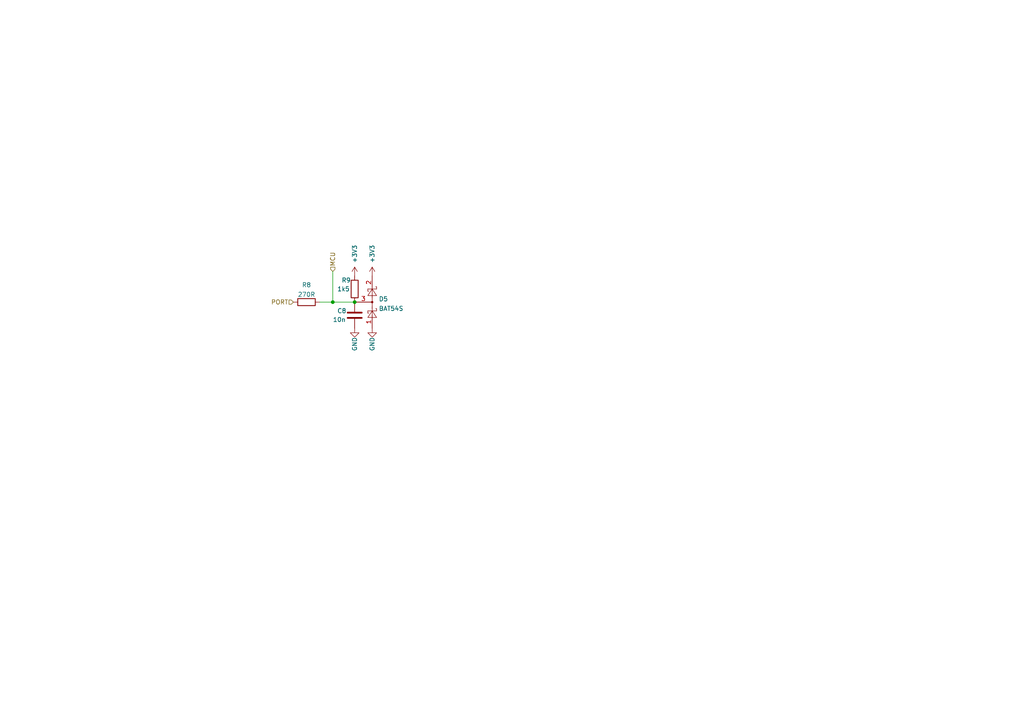
<source format=kicad_sch>
(kicad_sch (version 20211123) (generator eeschema)
  (paper "A4")
  (lib_symbols
    (symbol "Device:C" (pin_numbers hide) (pin_names (offset 0.254))
      (property "Reference" "C" (at 0.635 2.54 0))
      (property "Value" "C" (at 0.635 -2.54 0))
      (symbol "C_0_1"
        (polyline (pts (xy -2.032 -0.762) (xy 2.032 -0.762)) (stroke (width 0.508)))
        (polyline (pts (xy -2.032 0.762) (xy 2.032 0.762)) (stroke (width 0.508)))
      )
      (symbol "C_1_1"
        (pin passive line (at 0 3.81 270) (length 2.794) (name "~") (number "1"))
        (pin passive line (at 0 -3.81 90) (length 2.794) (name "~") (number "2"))
      )
    )
    (symbol "Device:R" (pin_numbers hide) (pin_names (offset 0))
      (property "Reference" "R" (at 2.032 0 90))
      (property "Value" "R" (at 0 0 90))
      (symbol "R_0_1"
        (rectangle (start -1.016 -2.54) (end 1.016 2.54) (stroke (width 0.254)))
      )
      (symbol "R_1_1"
        (pin passive line (at 0 3.81 270) (length 1.27) (name "~") (number "1"))
        (pin passive line (at 0 -3.81 90) (length 1.27) (name "~") (number "2"))
      )
    )
    (symbol "Diode:BAT54S" (pin_names (offset 1.016))
      (property "Reference" "D" (at 0.635 -3.81 0))
      (property "Value" "BAT54S" (at -6.35 3.175 0))
      (symbol "BAT54S_0_1"
        (polyline (pts (xy -3.81 0) (xy -1.27 0)))
        (polyline (pts (xy -3.175 -1.27) (xy -3.175 -1.016)))
        (polyline (pts (xy -2.54 -1.27) (xy -3.175 -1.27)))
        (polyline (pts (xy -2.54 -1.27) (xy -2.54 1.27)))
        (polyline (pts (xy -2.54 1.27) (xy -1.905 1.27)))
        (polyline (pts (xy -1.905 0) (xy 1.905 0)))
        (polyline (pts (xy -1.905 1.27) (xy -1.905 1.016)))
        (polyline (pts (xy 1.27 0) (xy 3.81 0)))
        (polyline (pts (xy 3.175 -1.27) (xy 3.175 -1.016)))
        (polyline (pts (xy 3.81 -1.27) (xy 3.175 -1.27)))
        (polyline (pts (xy 3.81 -1.27) (xy 3.81 1.27)))
        (polyline (pts (xy 3.81 1.27) (xy 4.445 1.27)))
        (polyline (pts (xy 4.445 1.27) (xy 4.445 1.016)))
        (polyline (pts (xy -4.445 1.27) (xy -4.445 -1.27) (xy -2.54 0) (xy -4.445 1.27)))
        (polyline (pts (xy 1.905 1.27) (xy 1.905 -1.27) (xy 3.81 0) (xy 1.905 1.27)))
        (circle (center 0 0) (radius 0.254) (fill (type outline)))
      )
      (symbol "BAT54S_1_1"
        (pin passive line (at -7.62 0 0) (length 3.81) (name "~") (number "1"))
        (pin passive line (at 7.62 0 180) (length 3.81) (name "~") (number "2"))
        (pin passive line (at 0 -5.08 90) (length 5.08) (name "~") (number "3"))
      )
    )
    (symbol "power:+3V3" (power) (pin_names (offset 0))
      (property "Value" "+3V3" (at 0 3.556 0))
      (symbol "+3V3_0_1"
        (polyline (pts (xy -0.762 1.27) (xy 0 2.54)))
        (polyline (pts (xy 0 0) (xy 0 2.54)))
        (polyline (pts (xy 0 2.54) (xy 0.762 1.27)))
      )
      (symbol "+3V3_1_1"
        (pin power_in line (at 0 0 90) (length 0) hide (name "+3V3") (number "1"))
      )
    )
    (symbol "power:GND" (power) (pin_names (offset 0))
      (property "Value" "GND" (at 0 -3.81 0))
      (symbol "GND_0_1"
        (polyline (pts (xy 0 0) (xy 0 -1.27) (xy 1.27 -1.27) (xy 0 -2.54) (xy -1.27 -1.27) (xy 0 -1.27)))
      )
      (symbol "GND_1_1"
        (pin power_in line (at 0 0 270) (length 0) hide (name "GND") (number "1"))
      )
    )
  )
  (junction (at 102.87 87.63))
  (junction (at 96.52 87.63))
  (wire (pts (xy 102.87 87.63) (xy 96.52 87.63)))
  (wire (pts (xy 96.52 87.63) (xy 92.71 87.63)))
  (wire (pts (xy 96.52 78.74) (xy 96.52 87.63)))
  (hierarchical_label "MCU" (shape input) (at 96.52 78.74 90))
  (hierarchical_label "PORT" (shape input) (at 85.09 87.63 180))
  (symbol (lib_id "Diode:BAT54S") (at 107.95 87.63 270) (mirror x)
    (property "Reference" "D5" (at 109.855 86.7215 90) (effects (justify left)))
    (property "Value" "BAT54S" (at 109.855 89.4966 90) (effects (justify left)))
    (property "Footprint" "Package_TO_SOT_SMD:SOT-23" (effects hide))
    (property "Datasheet" "https://www.diodes.com/assets/Datasheets/ds11005.pdf" (effects hide))
  )
  (symbol (lib_id "power:+3V3") (at 102.87 80.01 0) (mirror y)
    (property "Reference" "#PWR036" (effects hide))
    (property "Value" "+3V3" (at 102.87 73.66 90))
  )
  (symbol (lib_id "Device:R") (at 102.87 83.82 0) (mirror y)
    (property "Reference" "R9" (at 99.06 81.28 0) (effects (justify right)))
    (property "Value" "1k5" (at 97.79 83.82 0) (effects (justify right)))
    (property "Footprint" "Resistor_SMD:R_0805_2012Metric_Pad1.20x1.40mm_HandSolder" (effects hide))
  )
  (symbol (lib_id "power:GND") (at 107.95 95.25 0) (mirror y)
    (property "Reference" "#PWR039" (effects hide))
    (property "Value" "GND" (at 107.95 99.8125 90))
  )
  (symbol (lib_id "power:GND") (at 102.87 95.25 0) (mirror y)
    (property "Reference" "#PWR037" (effects hide))
    (property "Value" "GND" (at 102.87 99.8125 90))
  )
  (symbol (lib_id "Device:C") (at 102.87 91.44 0) (mirror y)
    (property "Reference" "C8" (at 97.79 90.17 0) (effects (justify right)))
    (property "Value" "10n" (at 96.52 92.71 0) (effects (justify right)))
    (property "Footprint" "Capacitor_SMD:C_0805_2012Metric_Pad1.18x1.45mm_HandSolder" (effects hide))
  )
  (symbol (lib_id "power:+3V3") (at 107.95 80.01 0) (mirror y)
    (property "Reference" "#PWR038" (effects hide))
    (property "Value" "+3V3" (at 107.95 73.66 90))
  )
  (symbol (lib_id "Device:R") (at 88.9 87.63 270) (mirror x)
    (property "Reference" "R8" (at 88.9 82.6475 90))
    (property "Value" "270R" (at 88.9 85.4226 90))
    (property "Footprint" "Resistor_SMD:R_0805_2012Metric_Pad1.20x1.40mm_HandSolder" (effects hide))
  )
)
</source>
